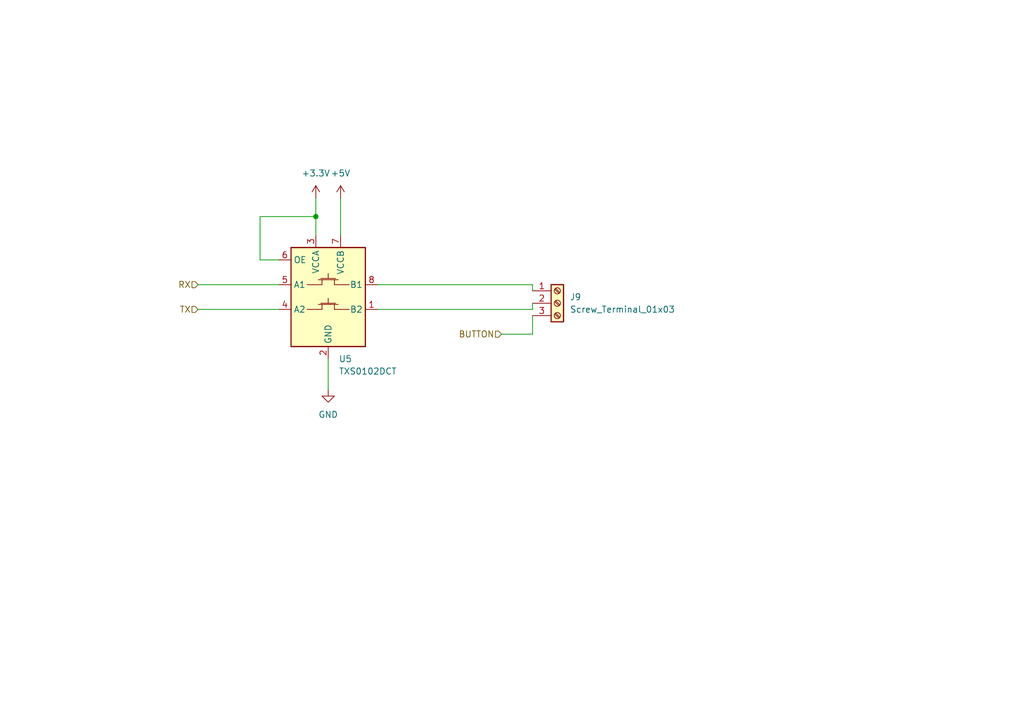
<source format=kicad_sch>
(kicad_sch (version 20250114) (generator "eeschema") (generator_version "9.0")
  (paper "A5")
  (lib_symbols
    (symbol "Connector:Screw_Terminal_01x03" (pin_names (offset 1.016) (hide yes))
      (property "Reference" "J" (at 0 5.08 0))
      (property "Value" "Screw_Terminal_01x03" (at 0 -5.08 0))
      (symbol "Screw_Terminal_01x03_1_1"
        (rectangle (start -1.27 3.81) (end 1.27 -3.81) (stroke (width 0.254)) (fill (type background)))
        (polyline (pts (xy -0.5334 2.8702) (xy 0.3302 2.032)) (stroke (width 0.1524)))
        (polyline (pts (xy -0.5334 0.3302) (xy 0.3302 -0.508)) (stroke (width 0.1524)))
        (polyline (pts (xy -0.5334 -2.2098) (xy 0.3302 -3.048)) (stroke (width 0.1524)))
        (polyline (pts (xy -0.3556 3.048) (xy 0.508 2.2098)) (stroke (width 0.1524)))
        (polyline (pts (xy -0.3556 0.508) (xy 0.508 -0.3302)) (stroke (width 0.1524)))
        (polyline (pts (xy -0.3556 -2.032) (xy 0.508 -2.8702)) (stroke (width 0.1524)))
        (circle (center 0 2.54) (radius 0.635) (stroke (width 0.1524)))
        (circle (center 0 0) (radius 0.635) (stroke (width 0.1524)))
        (circle (center 0 -2.54) (radius 0.635) (stroke (width 0.1524)))
        (pin passive line (at -5.08 2.54 0) (length 3.81) (name "Pin_1") (number "1"))
        (pin passive line (at -5.08 0 0) (length 3.81) (name "Pin_2") (number "2"))
        (pin passive line (at -5.08 -2.54 0) (length 3.81) (name "Pin_3") (number "3"))
      )
    )
    (symbol "Logic_LevelTranslator:TXS0102DCT"
      (property "Reference" "U" (at -6.35 11.43 0))
      (property "Value" "TXS0102DCT" (at 3.81 11.43 0))
      (symbol "TXS0102DCT_0_1"
        (rectangle (start -7.62 10.16) (end 7.62 -10.16) (stroke (width 0.254)) (fill (type background)))
        (polyline (pts (xy -4.318 -2.54) (xy -1.27 -2.54)))
        (polyline (pts (xy -2.032 -1.524) (xy 2.032 -1.524)))
        (polyline (pts (xy -1.524 -1.27) (xy 1.524 -1.27)))
        (polyline (pts (xy -1.27 -2.54) (xy -1.27 -1.524)))
        (polyline (pts (xy 0 -1.27) (xy 0 -0.254)))
        (polyline (pts (xy 1.27 -2.54) (xy 1.27 -1.524)))
        (polyline (pts (xy 4.318 -2.54) (xy 1.27 -2.54)))
      )
      (symbol "TXS0102DCT_1_1"
        (polyline (pts (xy -4.318 2.54) (xy -1.27 2.54)))
        (polyline (pts (xy -2.032 3.556) (xy 2.032 3.556)))
        (polyline (pts (xy -1.524 3.81) (xy 1.524 3.81)))
        (polyline (pts (xy -1.27 2.54) (xy -1.27 3.556)))
        (polyline (pts (xy 0 3.81) (xy 0 4.826)))
        (polyline (pts (xy 1.27 2.54) (xy 1.27 3.556)))
        (polyline (pts (xy 4.318 2.54) (xy 1.27 2.54)))
        (pin input line (at -10.16 7.62 0) (length 2.54) (name "OE") (number "6"))
        (pin bidirectional line (at -10.16 2.54 0) (length 2.54) (name "A1") (number "5"))
        (pin bidirectional line (at -10.16 -2.54 0) (length 2.54) (name "A2") (number "4"))
        (pin power_in line (at -2.54 12.7 270) (length 2.54) (name "VCCA") (number "3"))
        (pin power_in line (at 0 -12.7 90) (length 2.54) (name "GND") (number "2"))
        (pin power_in line (at 2.54 12.7 270) (length 2.54) (name "VCCB") (number "7"))
        (pin bidirectional line (at 10.16 2.54 180) (length 2.54) (name "B1") (number "8"))
        (pin bidirectional line (at 10.16 -2.54 180) (length 2.54) (name "B2") (number "1"))
      )
    )
    (symbol "power:+5V" (power) (pin_numbers (hide yes)) (pin_names (offset 0) (hide yes))
      (property "Value" "+5V" (at 0 3.556 0))
      (symbol "+5V_0_1"
        (polyline (pts (xy -0.762 1.27) (xy 0 2.54)))
        (polyline (pts (xy 0 2.54) (xy 0.762 1.27)))
        (polyline (pts (xy 0 0) (xy 0 2.54)))
      )
      (symbol "+5V_1_1"
        (pin power_in line (at 0 0 90) (length 0) (name "~") (number "1"))
      )
    )
    (symbol "power:GND" (power) (pin_numbers (hide yes)) (pin_names (offset 0) (hide yes))
      (property "Value" "GND" (at 0 -3.81 0))
      (symbol "GND_0_1"
        (polyline (pts (xy 0 0) (xy 0 -1.27) (xy 1.27 -1.27) (xy 0 -2.54) (xy -1.27 -1.27) (xy 0 -1.27)))
      )
      (symbol "GND_1_1"
        (pin power_in line (at 0 0 270) (length 0) (name "~") (number "1"))
      )
    )
  )
  (junction (at 64.77 44.45))
  (wire (pts (xy 67.31 73.66) (xy 67.31 80.01)))
  (wire (pts (xy 102.87 68.58) (xy 109.22 68.58)))
  (wire (pts (xy 57.15 53.34) (xy 53.34 53.34)))
  (wire (pts (xy 40.64 58.42) (xy 57.15 58.42)))
  (wire (pts (xy 64.77 40.64) (xy 64.77 44.45)))
  (wire (pts (xy 53.34 53.34) (xy 53.34 44.45)))
  (wire (pts (xy 109.22 64.77) (xy 109.22 68.58)))
  (wire (pts (xy 53.34 44.45) (xy 64.77 44.45)))
  (wire (pts (xy 69.85 40.64) (xy 69.85 48.26)))
  (wire (pts (xy 109.22 63.5) (xy 109.22 62.23)))
  (wire (pts (xy 64.77 44.45) (xy 64.77 48.26)))
  (wire (pts (xy 77.47 63.5) (xy 109.22 63.5)))
  (wire (pts (xy 109.22 58.42) (xy 109.22 59.69)))
  (wire (pts (xy 77.47 58.42) (xy 109.22 58.42)))
  (wire (pts (xy 40.64 63.5) (xy 57.15 63.5)))
  (hierarchical_label "TX" (shape input) (at 40.64 63.5 180))
  (hierarchical_label "BUTTON" (shape input) (at 102.87 68.58 180))
  (hierarchical_label "RX" (shape input) (at 40.64 58.42 180))
  (symbol (lib_id "power:GND") (at 67.31 80.01 0) (unit 1)
    (property "Reference" "#PWR059" (effects (hide yes)))
    (property "Value" "GND" (at 67.31 85.09 0))
    (property "Description" "Power symbol creates a global label with name \"GND\" , ground" (effects (hide yes)))
  )
  (symbol (lib_id "power:+5V") (at 64.77 40.64 0) (unit 1)
    (property "Reference" "#PWR058" (effects (hide yes)))
    (property "Value" "+3.3V" (at 64.77 35.56 0))
    (property "Description" "Power symbol creates a global label with name \"+5V\"" (effects (hide yes)))
  )
  (symbol (lib_id "Connector:Screw_Terminal_01x03") (at 114.3 62.23 0) (unit 1)
    (property "Reference" "J9" (at 116.84 60.9599 0) (effects (justify left)))
    (property "Value" "Screw_Terminal_01x03" (at 116.84 63.4999 0) (effects (justify left)))
    (property "Footprint" "TerminalBlock:TerminalBlock_MaiXu_MX126-5.0-03P_1x03_P5.00mm" (effects (hide yes)))
    (property "Description" "Generic screw terminal, single row, 01x03, script generated (kicad-library-utils/schlib/autogen/connector/)" (effects (hide yes)))
  )
  (symbol (lib_id "Logic_LevelTranslator:TXS0102DCT") (at 67.31 60.96 0) (unit 1)
    (property "Reference" "U5" (at 69.4533 73.66 0) (effects (justify left)))
    (property "Value" "TXS0102DCT" (at 69.4533 76.2 0) (effects (justify left)))
    (property "Footprint" "Package_SO:SSOP-8_2.95x2.8mm_P0.65mm" (effects (hide yes)))
    (property "Datasheet" "http://www.ti.com/lit/gpn/txs0102" (effects (hide yes)))
    (property "Description" "2-Bit Bidirectional Voltage-Level Shifter for Open-Drain and Push-Pull Application, SSOP-8" (effects (hide yes)))
  )
  (symbol (lib_id "power:+5V") (at 69.85 40.64 0) (unit 1)
    (property "Reference" "#PWR060" (effects (hide yes)))
    (property "Value" "+5V" (at 69.85 35.56 0))
    (property "Description" "Power symbol creates a global label with name \"+5V\"" (effects (hide yes)))
  )
)
</source>
